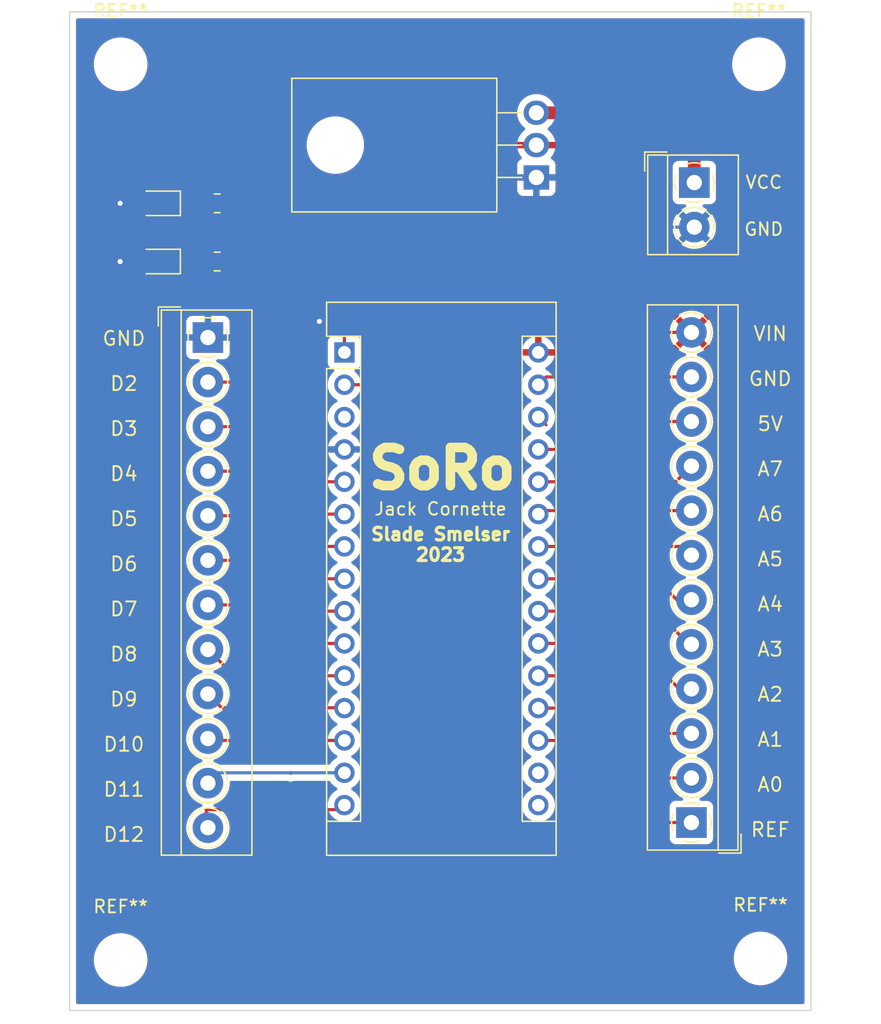
<source format=kicad_pcb>
(kicad_pcb (version 20211014) (generator pcbnew)
  (layers (0 "F.Cu" signal) (31 "B.Cu" signal) (34 "B.Paste" user) (35 "F.Paste" user) (36 "B.SilkS" user "B.Silkscreen") (37 "F.SilkS" user "F.Silkscreen") (38 "B.Mask" user) (39 "F.Mask" user) (44 "Edge.Cuts" user))
  (net 0 "")
  (net 2 "GND")
  (net 3 "Net-(A1-Pad6)")
  (net 4 "Net-(A1-Pad7)")
  (net 5 "Net-(A1-Pad8)")
  (net 6 "Net-(A1-Pad9)")
  (net 7 "Net-(A1-Pad12)")
  (net 8 "Net-(A1-Pad13)")
  (net 9 "Net-(A1-Pad15)")
  (net 10 "Net-(A1-Pad17)")
  (net 11 "unconnected-(A1-Pad18)")
  (net 12 "Net-(A1-Pad19)")
  (net 13 "Net-(A1-Pad20)")
  (net 14 "Net-(A1-Pad21)")
  (net 15 "Net-(A1-Pad22)")
  (net 16 "Net-(A1-Pad23)")
  (net 17 "Net-(A1-Pad24)")
  (net 18 "Net-(A1-Pad25)")
  (net 19 "Net-(A1-Pad26)")
  (net 20 "Net-(A1-Pad27)")
  (net 21 "Net-(A1-Pad28)")
  (net 22 "Net-(A1-Pad29)")
  (net 23 "Net-(A1-Pad30)")
  (net 24 "+BATT")
  (footprint "Resistor_SMD:R_0805_2012Metric" (layer "F.Cu") (at 113.2445 70.866)
    (fp_text reference "R3" hide)
    (fp_text value "R_US" hide)
    (fp_line (start -0.227064 0.735) (end 0.227064 0.735) (layer "F.SilkS") (width 0.12))
    (fp_line (start -0.227064 -0.735) (end 0.227064 -0.735) (layer "F.SilkS") (width 0.12))
    (pad "1" smd roundrect (at -0.9125 0) (size 1.025 1.4) (layers "F.Cu" "F.Paste" "F.Mask") (roundrect_rratio 0.243902439))
    (pad "2" smd roundrect (at 0.9125 0) (size 1.025 1.4) (layers "F.Cu" "F.Paste" "F.Mask") (roundrect_rratio 0.243902439))
  )
  (footprint "TerminalBlock_4Ucon:TerminalBlock_4Ucon_1x02_P3.50mm_Horizontal" (layer "F.Cu") (at 150.749 69.236 -90)
    (fp_text reference "J3" hide)
    (fp_text value "Screw_Terminal_01x02" hide)
    (fp_line (start -2.4 2.16) (end -2.4 3.9) (layer "F.SilkS") (width 0.12))
    (fp_line (start -2.4 3.9) (end -0.9 3.9) (layer "F.SilkS") (width 0.12))
    (fp_line (start -2.16 2.1) (end 5.66 2.1) (layer "F.SilkS") (width 0.12))
    (fp_line (start -2.16 3.66) (end 5.66 3.66) (layer "F.SilkS") (width 0.12))
    (fp_line (start -2.16 -3.46) (end 5.66 -3.46) (layer "F.SilkS") (width 0.12))
    (fp_line (start -2.16 -3.46) (end -2.16 3.66) (layer "F.SilkS") (width 0.12))
    (fp_line (start 5.66 -3.46) (end 5.66 3.66) (layer "F.SilkS") (width 0.12))
    (fp_arc (start -0.607742 -1.432109) (mid 0.00014 -1.555727) (end 0.608 -1.432) (layer "F.SilkS") (width 0.12))
    (fp_arc (start 0.607587 1.431385) (mid 0.310017 1.523783) (end 0 1.555) (layer "F.SilkS") (width 0.12))
    (fp_arc (start -1.432109 0.607742) (mid -1.555727 -0.00014) (end -1.432 -0.608) (layer "F.SilkS") (width 0.12))
    (fp_arc (start 1.432109 -0.607742) (mid 1.555727 0.00014) (end 1.432 0.608) (layer "F.SilkS") (width 0.12))
    (fp_arc (start 0.027011 1.555493) (mid -0.296984 1.527118) (end -0.608 1.432) (layer "F.SilkS") (width 0.12))
    (fp_circle (center 3.5 0) (end 5.055 0) (layer "F.SilkS") (width 0.12) (fill none))
    (pad "1" thru_hole rect (at 0 0 270) (size 2.4 2.4) (drill 1.2) (layers F&B.Cu *.Mask) (net 24 "+BATT"))
    (pad "2" thru_hole circle (at 3.5 0 270) (size 2.4 2.4) (drill 1.2) (layers F&B.Cu *.Mask) (net 2 "GND"))
  )
  (footprint "LED_SMD:LED_0805_2012Metric" (layer "F.Cu") (at 108.6725 75.438 180)
    (fp_text reference "REF**" hide)
    (fp_text value "LED_0805_2012Metric" hide)
    (fp_line (start -1.685 0.96) (end 1 0.96) (layer "F.SilkS") (width 0.12))
    (fp_line (start 1 -0.96) (end -1.685 -0.96) (layer "F.SilkS") (width 0.12))
    (fp_line (start -1.685 -0.96) (end -1.685 0.96) (layer "F.SilkS") (width 0.12))
    (pad "1" smd roundrect (at -0.9375 0 180) (size 0.975 1.4) (layers "F.Cu" "F.Paste" "F.Mask"))
    (pad "2" smd roundrect (at 0.9375 0 180) (size 0.975 1.4) (layers "F.Cu" "F.Paste" "F.Mask") (net 2 "GND"))
  )
  (footprint "MountingHole:MountingHole_3.2mm_M3" (layer "F.Cu") (at 155.956 130.175)
    (fp_text reference "REF**" (at 0 -4.2) (layer "F.SilkS"))
    (fp_text value "MountingHole_3.2mm_M3")
    (pad "" np_thru_hole circle (at 0 0) (size 3.2 3.2) (drill 3.2) (layers *.Cu *.Mask))
  )
  (footprint "Resistor_SMD:R_0805_2012Metric" (layer "F.Cu") (at 113.2445 75.438)
    (fp_text reference "R3" hide)
    (fp_text value "R_US" hide)
    (fp_line (start -0.227064 0.735) (end 0.227064 0.735) (layer "F.SilkS") (width 0.12))
    (fp_line (start -0.227064 -0.735) (end 0.227064 -0.735) (layer "F.SilkS") (width 0.12))
    (pad "1" smd roundrect (at -0.9125 0) (size 1.025 1.4) (layers "F.Cu" "F.Paste" "F.Mask") (roundrect_rratio 0.243902439))
    (pad "2" smd roundrect (at 0.9125 0) (size 1.025 1.4) (layers "F.Cu" "F.Paste" "F.Mask") (roundrect_rratio 0.243902439))
  )
  (footprint "MountingHole:MountingHole_3.2mm_M3" (layer "F.Cu") (at 105.664 59.944)
    (fp_text reference "REF**" (at 0 -4.2) (layer "F.SilkS"))
    (fp_text value "MountingHole_3.2mm_M3")
    (pad "" np_thru_hole circle (at 0 0) (size 3.2 3.2) (drill 3.2) (layers F&B.Cu *.Mask))
  )
  (footprint "TerminalBlock_4Ucon:TerminalBlock_4Ucon_1x12_P3.50mm_Horizontal" (layer "F.Cu") (at 150.522 119.5038 90)
    (fp_text reference "J2" hide)
    (fp_text value "Screw_Terminal_01x12" hide)
    (fp_line (start -2.16 -3.46) (end 40.66 -3.46) (layer "F.SilkS") (width 0.12))
    (fp_line (start 40.66 -3.46) (end 40.66 3.66) (layer "F.SilkS") (width 0.12))
    (fp_line (start -2.4 3.9) (end -0.9 3.9) (layer "F.SilkS") (width 0.12))
    (fp_line (start -2.4 2.16) (end -2.4 3.9) (layer "F.SilkS") (width 0.12))
    (fp_line (start -2.16 3.66) (end 40.66 3.66) (layer "F.SilkS") (width 0.12))
    (fp_line (start -2.16 -3.46) (end -2.16 3.66) (layer "F.SilkS") (width 0.12))
    (fp_line (start -2.16 2.1) (end 40.66 2.1) (layer "F.SilkS") (width 0.12))
    (fp_arc (start -0.607742 -1.432109) (mid 0.00014 -1.555727) (end 0.608 -1.432) (layer "F.SilkS") (width 0.12))
    (fp_arc (start 0.027011 1.555493) (mid -0.296984 1.527118) (end -0.608 1.432) (layer "F.SilkS") (width 0.12))
    (fp_arc (start -1.432109 0.607742) (mid -1.555727 -0.00014) (end -1.432 -0.608) (layer "F.SilkS") (width 0.12))
    (fp_arc (start 0.607587 1.431385) (mid 0.310017 1.523783) (end 0 1.555) (layer "F.SilkS") (width 0.12))
    (fp_arc (start 1.432109 -0.607742) (mid 1.555727 0.00014) (end 1.432 0.608) (layer "F.SilkS") (width 0.12))
    (fp_circle (center 38.5 0) (end 40.055 0) (layer "F.SilkS") (width 0.12) (fill none))
    (fp_circle (center 35 0) (end 36.555 0) (layer "F.SilkS") (width 0.12) (fill none))
    (fp_circle (center 21 0) (end 22.555 0) (layer "F.SilkS") (width 0.12) (fill none))
    (fp_circle (center 31.5 0) (end 33.055 0) (layer "F.SilkS") (width 0.12) (fill none))
    (fp_circle (center 10.5 0) (end 12.055 0) (layer "F.SilkS") (width 0.12) (fill none))
    (fp_circle (center 17.5 0) (end 19.055 0) (layer "F.SilkS") (width 0.12) (fill none))
    (fp_circle (center 14 0) (end 15.555 0) (layer "F.SilkS") (width 0.12) (fill none))
    (fp_circle (center 24.5 0) (end 26.055 0) (layer "F.SilkS") (width 0.12) (fill none))
    (fp_circle (center 28 0) (end 29.555 0) (layer "F.SilkS") (width 0.12) (fill none))
    (fp_circle (center 3.5 0) (end 5.055 0) (layer "F.SilkS") (width 0.12) (fill none))
    (fp_circle (center 7 0) (end 8.555 0) (layer "F.SilkS") (width 0.12) (fill none))
    (pad "1" thru_hole rect (at 0 0 90) (size 2.4 2.4) (drill 1.2) (layers F&B.Cu *.Mask) (net 11 "unconnected-(A1-Pad18)"))
    (pad "2" thru_hole circle (at 3.5 0 90) (size 2.4 2.4) (drill 1.2) (layers F&B.Cu *.Mask) (net 12 "Net-(A1-Pad19)"))
    (pad "3" thru_hole circle (at 7 0 90) (size 2.4 2.4) (drill 1.2) (layers F&B.Cu *.Mask) (net 13 "Net-(A1-Pad20)"))
    (pad "4" thru_hole circle (at 10.5 0 90) (size 2.4 2.4) (drill 1.2) (layers F&B.Cu *.Mask) (net 14 "Net-(A1-Pad21)"))
    (pad "5" thru_hole circle (at 14 0 90) (size 2.4 2.4) (drill 1.2) (layers F&B.Cu *.Mask) (net 15 "Net-(A1-Pad22)"))
    (pad "6" thru_hole circle (at 17.5 0 90) (size 2.4 2.4) (drill 1.2) (layers F&B.Cu *.Mask) (net 16 "Net-(A1-Pad23)"))
    (pad "7" thru_hole circle (at 21 0 90) (size 2.4 2.4) (drill 1.2) (layers F&B.Cu *.Mask) (net 17 "Net-(A1-Pad24)"))
    (pad "8" thru_hole circle (at 24.5 0 90) (size 2.4 2.4) (drill 1.2) (layers F&B.Cu *.Mask) (net 18 "Net-(A1-Pad25)"))
    (pad "9" thru_hole circle (at 28 0 90) (size 2.4 2.4) (drill 1.2) (layers F&B.Cu *.Mask) (net 19 "Net-(A1-Pad26)"))
    (pad "10" thru_hole circle (at 31.5 0 90) (size 2.4 2.4) (drill 1.2) (layers F&B.Cu *.Mask) (net 20 "Net-(A1-Pad27)"))
    (pad "11" thru_hole circle (at 35 0 90) (size 2.4 2.4) (drill 1.2) (layers F&B.Cu *.Mask) (net 22 "Net-(A1-Pad29)"))
    (pad "12" thru_hole circle (at 38.5 0 90) (size 2.4 2.4) (drill 1.2) (layers F&B.Cu *.Mask) (net 23 "Net-(A1-Pad30)"))
  )
  (footprint "MountingHole:MountingHole_3.2mm_M3" (layer "F.Cu") (at 155.829 59.944)
    (fp_text reference "REF**" (at 0 -4.2) (layer "F.SilkS"))
    (fp_text value "MountingHole_3.2mm_M3")
    (pad "" np_thru_hole circle (at 0 0) (size 3.2 3.2) (drill 3.2) (layers F&B.Cu *.Mask))
  )
  (footprint "LED_SMD:LED_0805_2012Metric" (layer "F.Cu") (at 108.6725 70.866 180)
    (fp_text reference "CAN" hide)
    (fp_text value "LED_0805_2012Metric" hide)
    (fp_line (start -1.685 0.96) (end 1 0.96) (layer "F.SilkS") (width 0.12))
    (fp_line (start 1 -0.96) (end -1.685 -0.96) (layer "F.SilkS") (width 0.12))
    (fp_line (start -1.685 -0.96) (end -1.685 0.96) (layer "F.SilkS") (width 0.12))
    (pad "1" smd roundrect (at -0.9375 0 180) (size 0.975 1.4) (layers "F.Cu" "F.Paste" "F.Mask"))
    (pad "2" smd roundrect (at 0.9375 0 180) (size 0.975 1.4) (layers "F.Cu" "F.Paste" "F.Mask") (net 2 "GND"))
  )
  (footprint "MountingHole:MountingHole_3.2mm_M3" (layer "F.Cu") (at 105.664 130.302)
    (fp_text reference "REF**" (at 0 -4.2) (layer "F.SilkS"))
    (fp_text value "MountingHole_3.2mm_M3")
    (pad "" np_thru_hole circle (at 0 0) (size 3.2 3.2) (drill 3.2) (layers F&B.Cu *.Mask))
  )
  (footprint "Package_TO_SOT_THT:TO-220F-3_Horizontal_TabDown" (layer "F.Cu") (at 138.336 68.834 90)
    (fp_text reference "U1" hide)
    (fp_text value "LM1084-5.0")
    (fp_line (start 2.54 -3.11) (end 2.54 -1.15) (layer "F.SilkS") (width 0.12))
    (fp_line (start -2.71 -19.22) (end -2.71 -3.11) (layer "F.SilkS") (width 0.12))
    (fp_line (start 5.08 -3.11) (end 5.08 -1.15) (layer "F.SilkS") (width 0.12))
    (fp_line (start 7.79 -19.22) (end 7.79 -3.11) (layer "F.SilkS") (width 0.12))
    (fp_line (start -2.71 -19.22) (end 7.79 -19.22) (layer "F.SilkS") (width 0.12))
    (fp_line (start 0 -3.11) (end 0 -1.15) (layer "F.SilkS") (width 0.12))
    (fp_line (start -2.71 -3.11) (end 7.79 -3.11) (layer "F.SilkS") (width 0.12))
    (pad "" np_thru_hole oval (at 2.54 -15.8 90) (size 3.5 3.5) (drill 3.5) (layers F&B.Cu *.Mask))
    (pad "1" thru_hole rect (at 0 0 90) (size 1.905 2) (drill 1.2) (layers F&B.Cu *.Mask) (net 2 "GND"))
    (pad "2" thru_hole oval (at 2.54 0 90) (size 1.905 2) (drill 1.2) (layers F&B.Cu *.Mask) (net 23 "Net-(A1-Pad30)"))
    (pad "3" thru_hole oval (at 5.08 0 90) (size 1.905 2) (drill 1.2) (layers F&B.Cu *.Mask) (net 24 "+BATT"))
  )
  (footprint "TerminalBlock_4Ucon:TerminalBlock_4Ucon_1x12_P3.50mm_Horizontal" (layer "F.Cu") (at 112.522 81.407 -90)
    (fp_text reference "J1" hide)
    (fp_text value "Screw_Terminal_01x12" hide)
    (fp_line (start -2.16 2.1) (end 40.66 2.1) (layer "F.SilkS") (width 0.12))
    (fp_line (start -2.16 -3.46) (end 40.66 -3.46) (layer "F.SilkS") (width 0.12))
    (fp_line (start -2.4 2.16) (end -2.4 3.9) (layer "F.SilkS") (width 0.12))
    (fp_line (start -2.4 3.9) (end -0.9 3.9) (layer "F.SilkS") (width 0.12))
    (fp_line (start 40.66 -3.46) (end 40.66 3.66) (layer "F.SilkS") (width 0.12))
    (fp_line (start -2.16 -3.46) (end -2.16 3.66) (layer "F.SilkS") (width 0.12))
    (fp_line (start -2.16 3.66) (end 40.66 3.66) (layer "F.SilkS") (width 0.12))
    (fp_arc (start 0.027011 1.555493) (mid -0.296984 1.527118) (end -0.608 1.432) (layer "F.SilkS") (width 0.12))
    (fp_arc (start -0.607742 -1.432109) (mid 0.00014 -1.555727) (end 0.608 -1.432) (layer "F.SilkS") (width 0.12))
    (fp_arc (start 1.432109 -0.607742) (mid 1.555727 0.00014) (end 1.432 0.608) (layer "F.SilkS") (width 0.12))
    (fp_arc (start -1.432109 0.607742) (mid -1.555727 -0.00014) (end -1.432 -0.608) (layer "F.SilkS") (width 0.12))
    (fp_arc (start 0.607587 1.431385) (mid 0.310017 1.523783) (end 0 1.555) (layer "F.SilkS") (width 0.12))
    (fp_circle (center 7 0) (end 8.555 0) (layer "F.SilkS") (width 0.12) (fill none))
    (fp_circle (center 28 0) (end 29.555 0) (layer "F.SilkS") (width 0.12) (fill none))
    (fp_circle (center 38.5 0) (end 40.055 0) (layer "F.SilkS") (width 0.12) (fill none))
    (fp_circle (center 10.5 0) (end 12.055 0) (layer "F.SilkS") (width 0.12) (fill none))
    (fp_circle (center 35 0) (end 36.555 0) (layer "F.SilkS") (width 0.12) (fill none))
    (fp_circle (center 31.5 0) (end 33.055 0) (layer "F.SilkS") (width 0.12) (fill none))
    (fp_circle (center 17.5 0) (end 19.055 0) (layer "F.SilkS") (width 0.12) (fill none))
    (fp_circle (center 14 0) (end 15.555 0) (layer "F.SilkS") (width 0.12) (fill none))
    (fp_circle (center 21 0) (end 22.555 0) (layer "F.SilkS") (width 0.12) (fill none))
    (fp_circle (center 3.5 0) (end 5.055 0) (layer "F.SilkS") (width 0.12) (fill none))
    (fp_circle (center 24.5 0) (end 26.055 0) (layer "F.SilkS") (width 0.12) (fill none))
    (pad "1" thru_hole rect (at 0 0 270) (size 2.4 2.4) (drill 1.2) (layers F&B.Cu *.Mask) (net 2 "GND"))
    (pad "2" thru_hole circle (at 3.5 0 270) (size 2.4 2.4) (drill 1.2) (layers F&B.Cu *.Mask))
    (pad "3" thru_hole circle (at 7 0 270) (size 2.4 2.4) (drill 1.2) (layers F&B.Cu *.Mask) (net 3 "Net-(A1-Pad6)"))
    (pad "4" thru_hole circle (at 10.5 0 270) (size 2.4 2.4) (drill 1.2) (layers F&B.Cu *.Mask) (net 4 "Net-(A1-Pad7)"))
    (pad "5" thru_hole circle (at 14 0 270) (size 2.4 2.4) (drill 1.2) (layers F&B.Cu *.Mask) (net 5 "Net-(A1-Pad8)"))
    (pad "6" thru_hole circle (at 17.5 0 270) (size 2.4 2.4) (drill 1.2) (layers F&B.Cu *.Mask) (net 6 "Net-(A1-Pad9)"))
    (pad "7" thru_hole circle (at 21 0 270) (size 2.4 2.4) (drill 1.2) (layers F&B.Cu *.Mask))
    (pad "8" thru_hole circle (at 24.5 0 270) (size 2.4 2.4) (drill 1.2) (layers F&B.Cu *.Mask))
    (pad "9" thru_hole circle (at 28 0 270) (size 2.4 2.4) (drill 1.2) (layers F&B.Cu *.Mask) (net 7 "Net-(A1-Pad12)"))
    (pad "10" thru_hole circle (at 31.5 0 270) (size 2.4 2.4) (drill 1.2) (layers F&B.Cu *.Mask) (net 8 "Net-(A1-Pad13)"))
    (pad "11" thru_hole circle (at 35 0 270) (size 2.4 2.4) (drill 1.2) (layers F&B.Cu *.Mask))
    (pad "12" thru_hole circle (at 38.5 0 270) (size 2.4 2.4) (drill 1.2) (layers F&B.Cu *.Mask) (net 9 "Net-(A1-Pad15)"))
  )
  (footprint "Module:Arduino_Nano" (layer "F.Cu") (at 123.2508 82.5754)
    (fp_text reference "A1" hide)
    (fp_text value "Arduino_Nano_v3.x" hide)
    (fp_line (start -1.4 1.27) (end -1.4 39.5) (layer "F.SilkS") (width 0.12))
    (fp_line (start 16.64 -3.94) (end -1.4 -3.94) (layer "F.SilkS") (width 0.12))
    (fp_line (start 1.27 1.27) (end 1.27 36.83) (layer "F.SilkS") (width 0.12))
    (fp_line (start 16.64 39.5) (end 16.64 -3.94) (layer "F.SilkS") (width 0.12))
    (fp_line (start 1.27 -1.27) (end -1.4 -1.27) (layer "F.SilkS") (width 0.12))
    (fp_line (start 1.27 36.83) (end -1.4 36.83) (layer "F.SilkS") (width 0.12))
    (fp_line (start -1.4 -3.94) (end -1.4 -1.27) (layer "F.SilkS") (width 0.12))
    (fp_line (start 1.27 1.27) (end 1.27 -1.27) (layer "F.SilkS") (width 0.12))
    (fp_line (start 13.97 36.83) (end 16.64 36.83) (layer "F.SilkS") (width 0.12))
    (fp_line (start -1.4 39.5) (end 16.64 39.5) (layer "F.SilkS") (width 0.12))
    (fp_line (start 1.27 1.27) (end -1.4 1.27) (layer "F.SilkS") (width 0.12))
    (fp_line (start 13.97 -1.27) (end 13.97 36.83) (layer "F.SilkS") (width 0.12))
    (fp_line (start 13.97 -1.27) (end 16.64 -1.27) (layer "F.SilkS") (width 0.12))
    (pad "1" thru_hole rect (at 0 0) (size 1.6 1.6) (drill 1) (layers F&B.Cu *.Mask))
    (pad "2" thru_hole oval (at 0 2.54) (size 1.6 1.6) (drill 1) (layers F&B.Cu *.Mask))
    (pad "3" thru_hole oval (at 0 5.08) (size 1.6 1.6) (drill 1) (layers F&B.Cu *.Mask))
    (pad "4" thru_hole oval (at 0 7.62) (size 1.6 1.6) (drill 1) (layers F&B.Cu *.Mask) (net 2 "GND"))
    (pad "5" thru_hole oval (at 0 10.16) (size 1.6 1.6) (drill 1) (layers F&B.Cu *.Mask))
    (pad "6" thru_hole oval (at 0 12.7) (size 1.6 1.6) (drill 1) (layers F&B.Cu *.Mask) (net 3 "Net-(A1-Pad6)"))
    (pad "7" thru_hole oval (at 0 15.24) (size 1.6 1.6) (drill 1) (layers F&B.Cu *.Mask) (net 4 "Net-(A1-Pad7)"))
    (pad "8" thru_hole oval (at 0 17.78) (size 1.6 1.6) (drill 1) (layers F&B.Cu *.Mask) (net 5 "Net-(A1-Pad8)"))
    (pad "9" thru_hole oval (at 0 20.32) (size 1.6 1.6) (drill 1) (layers F&B.Cu *.Mask) (net 6 "Net-(A1-Pad9)"))
    (pad "10" thru_hole oval (at 0 22.86) (size 1.6 1.6) (drill 1) (layers F&B.Cu *.Mask))
    (pad "11" thru_hole oval (at 0 25.4) (size 1.6 1.6) (drill 1) (layers F&B.Cu *.Mask))
    (pad "12" thru_hole oval (at 0 27.94) (size 1.6 1.6) (drill 1) (layers F&B.Cu *.Mask) (net 7 "Net-(A1-Pad12)"))
    (pad "13" thru_hole oval (at 0 30.48) (size 1.6 1.6) (drill 1) (layers F&B.Cu *.Mask) (net 8 "Net-(A1-Pad13)"))
    (pad "14" thru_hole oval (at 0 33.02) (size 1.6 1.6) (drill 1) (layers F&B.Cu *.Mask))
    (pad "15" thru_hole oval (at 0 35.56) (size 1.6 1.6) (drill 1) (layers F&B.Cu *.Mask) (net 9 "Net-(A1-Pad15)"))
    (pad "16" thru_hole oval (at 15.24 35.56) (size 1.6 1.6) (drill 1) (layers F&B.Cu *.Mask))
    (pad "17" thru_hole oval (at 15.24 33.02) (size 1.6 1.6) (drill 1) (layers F&B.Cu *.Mask) (net 10 "Net-(A1-Pad17)"))
    (pad "18" thru_hole oval (at 15.24 30.48) (size 1.6 1.6) (drill 1) (layers F&B.Cu *.Mask) (net 11 "unconnected-(A1-Pad18)"))
    (pad "19" thru_hole oval (at 15.24 27.94) (size 1.6 1.6) (drill 1) (layers F&B.Cu *.Mask) (net 12 "Net-(A1-Pad19)"))
    (pad "20" thru_hole oval (at 15.24 25.4) (size 1.6 1.6) (drill 1) (layers F&B.Cu *.Mask) (net 13 "Net-(A1-Pad20)"))
    (pad "21" thru_hole oval (at 15.24 22.86) (size 1.6 1.6) (drill 1) (layers F&B.Cu *.Mask) (net 14 "Net-(A1-Pad21)"))
    (pad "22" thru_hole oval (at 15.24 20.32) (size 1.6 1.6) (drill 1) (layers F&B.Cu *.Mask) (net 15 "Net-(A1-Pad22)"))
    (pad "23" thru_hole oval (at 15.24 17.78) (size 1.6 1.6) (drill 1) (layers F&B.Cu *.Mask) (net 16 "Net-(A1-Pad23)"))
    (pad "24" thru_hole oval (at 15.24 15.24) (size 1.6 1.6) (drill 1) (layers F&B.Cu *.Mask) (net 17 "Net-(A1-Pad24)"))
    (pad "25" thru_hole oval (at 15.24 12.7) (size 1.6 1.6) (drill 1) (layers F&B.Cu *.Mask) (net 18 "Net-(A1-Pad25)"))
    (pad "26" thru_hole oval (at 15.24 10.16) (size 1.6 1.6) (drill 1) (layers F&B.Cu *.Mask) (net 19 "Net-(A1-Pad26)"))
    (pad "27" thru_hole oval (at 15.24 7.62) (size 1.6 1.6) (drill 1) (layers F&B.Cu *.Mask) (net 20 "Net-(A1-Pad27)"))
    (pad "28" thru_hole oval (at 15.24 5.08) (size 1.6 1.6) (drill 1) (layers F&B.Cu *.Mask) (net 21 "Net-(A1-Pad28)"))
    (pad "29" thru_hole oval (at 15.24 2.54) (size 1.6 1.6) (drill 1) (layers F&B.Cu *.Mask) (net 22 "Net-(A1-Pad29)"))
    (pad "30" thru_hole oval (at 15.24 0) (size 1.6 1.6) (drill 1) (layers F&B.Cu *.Mask) (net 23 "Net-(A1-Pad30)"))
  )
  (gr_rect (start 159.9184 134.2644) (end 101.6508 55.8292) (layer "Edge.Cuts") (width 0.1) (fill none))
  (gr_text "SoRo" (at 130.937 91.694) (layer "F.SilkS") (effects (font (size 3 3) (thickness 0.75))))
  (gr_text "VCC\n" (at 156.21 69.215) (layer "F.SilkS") (effects (font (size 1 1))))
  (gr_text "Jack Cornette" (at 130.81 94.869) (layer "F.SilkS") (effects (font (size 1 1))))
  (gr_text "GND" (at 156.21 72.898) (layer "F.SilkS") (effects (font (size 1 1))))
  (gr_text "Slade Smelser\n2023" (at 130.81 97.663) (layer "F.SilkS") (effects (font (size 1 1) (thickness 0.25))))
  (gr_text "VIN\n\nGND\n\n5V\n\nA7\n\nA6\n\nA5\n\nA4\n\nA3\n\nA2\n\nA1\n\nA0\n\nREF" (at 156.718 100.584) (layer "F.SilkS") (effects (font (size 1.1 1.1))))
  (gr_text "GND\n\nD2\n\nD3\n\nD4\n\nD5\n\nD6\n\nD7\n\nD8\n\nD9\n\nD10\n\nD11\n\nD12" (at 105.918 100.965) (layer "F.SilkS") (effects (font (size 1.1 1.1))))
  (segment (start 123.2508 85.1154) (end 125.9586 85.1154) (width 0.25) (layer "F.Cu") (net 0))
  (segment (start 109.61 70.866) (end 112.332 70.866) (width 0.25) (layer "F.Cu") (net 0))
  (segment (start 114.935 105.41) (end 114.9604 105.4354) (width 0.25) (layer "F.Cu") (net 0))
  (segment (start 114.5904 107.9754) (end 123.2508 107.9754) (width 0.25) (layer "F.Cu") (net 0))
  (segment (start 114.173 73.279) (end 114.157 73.263) (width 0.25) (layer "F.Cu") (net 0))
  (segment (start 125.984 73.279) (end 114.173 73.279) (width 0.25) (layer "F.Cu") (net 0))
  (segment (start 120.4468 92.7354) (end 123.2508 92.7354) (width 0.25) (layer "F.Cu") (net 0))
  (segment (start 120.396 92.7862) (end 120.4468 92.7354) (width 0.25) (layer "F.Cu") (net 0))
  (segment (start 114.935 102.616) (end 114.935 105.41) (width 0.25) (layer "F.Cu") (net 0))
  (segment (start 120.396 85.1154) (end 120.396 92.7862) (width 0.25) (layer "F.Cu") (net 0))
  (segment (start 123.317 75.565) (end 114.284 75.565) (width 0.25) (layer "F.Cu") (net 0))
  (segment (start 123.2508 82.5754) (end 123.2508 75.6312) (width 0.25) (layer "F.Cu") (net 0))
  (segment (start 114.726 102.407) (end 114.935 102.616) (width 0.25) (layer "F.Cu") (net 0))
  (segment (start 125.984 85.09) (end 125.984 73.279) (width 0.25) (layer "F.Cu") (net 0))
  (segment (start 114.157 73.263) (end 114.157 70.866) (width 0.25) (layer "F.Cu") (net 0))
  (segment (start 120.1876 84.907) (end 120.396 85.1154) (width 0.25) (layer "F.Cu") (net 0))
  (segment (start 109.61 75.438) (end 112.332 75.438) (width 0.25) (layer "F.Cu") (net 0))
  (segment (start 112.522 102.407) (end 114.726 102.407) (width 0.25) (layer "F.Cu") (net 0))
  (segment (start 112.522 105.907) (end 114.5904 107.9754) (width 0.25) (layer "F.Cu") (net 0))
  (segment (start 112.522 84.907) (end 120.1876 84.907) (width 0.25) (layer "F.Cu") (net 0))
  (segment (start 114.9604 105.4354) (end 123.2508 105.4354) (width 0.25) (layer "F.Cu") (net 0))
  (segment (start 123.2508 75.6312) (end 123.317 75.565) (width 0.25) (layer "F.Cu") (net 0))
  (segment (start 114.284 75.565) (end 114.157 75.438) (width 0.25) (layer "F.Cu") (net 0))
  (segment (start 119.0752 115.5954) (end 119.126 115.5954) (width 0.25) (layer "B.Cu") (net 0))
  (segment (start 112.522 116.407) (end 112.522 115.5954) (width 0.25) (layer "B.Cu") (net 0))
  (segment (start 119.0244 115.6462) (end 119.0752 115.5954) (width 0.25) (layer "B.Cu") (net 0))
  (segment (start 112.066 115.951) (end 112.522 116.407) (width 0.25) (layer "B.Cu") (net 0))
  (segment (start 119.126 115.5954) (end 123.2508 115.5954) (width 0.25) (layer "B.Cu") (net 0))
  (segment (start 112.522 115.5954) (end 119.126 115.5954) (width 0.25) (layer "B.Cu") (net 0))
  (segment (start 107.735 75.438) (end 105.6245 75.438) (width 0.25) (layer "F.Cu") (net 2))
  (segment (start 121.2596 81.4324) (end 121.2596 90.1954) (width 0.25) (layer "F.Cu") (net 2))
  (segment (start 121.285 81.407) (end 121.2596 81.4324) (width 0.25) (layer "F.Cu") (net 2))
  (segment (start 121.2596 90.1954) (end 123.2508 90.1954) (width 0.25) (layer "F.Cu") (net 2))
  (segment (start 107.735 70.866) (end 105.6245 70.866) (width 0.25) (layer "F.Cu") (net 2))
  (segment (start 112.522 81.407) (end 121.285 81.407) (width 0.25) (layer "F.Cu") (net 2))
  (segment (start 121.285 81.407) (end 121.285 80.137) (width 0.25) (layer "F.Cu") (net 2))
  (via (at 105.6245 70.866) (size 0.8) (drill 0.4) (layers "F.Cu" "B.Cu") (net 2))
  (via (at 121.285 80.137) (size 0.8) (drill 0.4) (layers "F.Cu" "B.Cu") (net 2))
  (via (at 105.6245 75.438) (size 0.8) (drill 0.4) (layers "F.Cu" "B.Cu") (net 2))
  (segment (start 144.961 72.696) (end 145.001 72.736) (width 0.25) (layer "B.Cu") (net 2))
  (segment (start 144.8848 68.7578) (end 144.961 68.834) (width 0.25) (layer "B.Cu") (net 2))
  (segment (start 144.961 68.834) (end 144.961 72.696) (width 0.25) (layer "B.Cu") (net 2))
  (segment (start 144.961 68.834) (end 138.336 68.834) (width 0.25) (layer "B.Cu") (net 2))
  (segment (start 145.001 72.736) (end 150.749 72.736) (width 0.25) (layer "B.Cu") (net 2))
  (segment (start 119.5324 95.2754) (end 123.2508 95.2754) (width 0.25) (layer "F.Cu") (net 3))
  (segment (start 119.2888 88.407) (end 119.3292 88.3666) (width 0.25) (layer "F.Cu") (net 3))
  (segment (start 112.522 88.407) (end 119.2888 88.407) (width 0.25) (layer "F.Cu") (net 3))
  (segment (start 119.4308 88.4682) (end 119.4308 95.1738) (width 0.25) (layer "F.Cu") (net 3))
  (segment (start 119.4308 95.1738) (end 119.5324 95.2754) (width 0.25) (layer "F.Cu") (net 3))
  (segment (start 119.3292 88.3666) (end 119.4308 88.4682) (width 0.25) (layer "F.Cu") (net 3))
  (segment (start 118.2272 91.907) (end 118.364 91.7702) (width 0.25) (layer "F.Cu") (net 4))
  (segment (start 118.364 91.7702) (end 118.6688 92.075) (width 0.25) (layer "F.Cu") (net 4))
  (segment (start 112.522 91.907) (end 118.2272 91.907) (width 0.25) (layer "F.Cu") (net 4))
  (segment (start 118.7196 97.8154) (end 123.2508 97.8154) (width 0.25) (layer "F.Cu") (net 4))
  (segment (start 118.6688 92.075) (end 118.6688 97.7646) (width 0.25) (layer "F.Cu") (net 4))
  (segment (start 118.6688 97.7646) (end 118.7196 97.8154) (width 0.25) (layer "F.Cu") (net 4))
  (segment (start 112.522 95.407) (end 117.6228 95.407) (width 0.25) (layer "F.Cu") (net 5))
  (segment (start 117.602 100.3554) (end 123.2508 100.3554) (width 0.25) (layer "F.Cu") (net 5))
  (segment (start 117.6228 95.407) (end 117.602 95.4278) (width 0.25) (layer "F.Cu") (net 5))
  (segment (start 117.602 95.4278) (end 117.602 100.3554) (width 0.25) (layer "F.Cu") (net 5))
  (segment (start 116.459 102.8954) (end 123.2508 102.8954) (width 0.25) (layer "F.Cu") (net 6))
  (segment (start 116.306 98.907) (end 116.459 99.06) (width 0.25) (layer "F.Cu") (net 6))
  (segment (start 112.522 98.907) (end 116.306 98.907) (width 0.25) (layer "F.Cu") (net 6))
  (segment (start 116.459 99.06) (end 116.459 102.8954) (width 0.25) (layer "F.Cu") (net 6))
  (segment (start 113.605 110.49) (end 123.2254 110.49) (width 0.25) (layer "F.Cu") (net 7))
  (segment (start 112.522 109.407) (end 113.605 110.49) (width 0.25) (layer "F.Cu") (net 7))
  (segment (start 123.2254 110.49) (end 123.2508 110.5154) (width 0.25) (layer "F.Cu") (net 7))
  (segment (start 112.6704 113.0554) (end 112.522 112.907) (width 0.25) (layer "F.Cu") (net 8))
  (segment (start 123.2508 113.0554) (end 112.6704 113.0554) (width 0.25) (layer "F.Cu") (net 8))
  (segment (start 112.395 118.491) (end 122.8952 118.491) (width 0.25) (layer "F.Cu") (net 9))
  (segment (start 112.522 119.907) (end 112.395 119.78) (width 0.25) (layer "F.Cu") (net 9))
  (segment (start 112.395 119.78) (end 112.395 118.491) (width 0.25) (layer "F.Cu") (net 9))
  (segment (start 122.8952 118.491) (end 123.2508 118.1354) (width 0.25) (layer "F.Cu") (net 9))
  (segment (start 143.8116 119.5038) (end 143.6624 119.3546) (width 0.25) (layer "F.Cu") (net 11))
  (segment (start 143.6624 113.0554) (end 138.4908 113.0554) (width 0.25) (layer "F.Cu") (net 11))
  (segment (start 150.522 119.5038) (end 143.8116 119.5038) (width 0.25) (layer "F.Cu") (net 11))
  (segment (start 143.6624 119.3546) (end 143.6624 113.0554) (width 0.25) (layer "F.Cu") (net 11))
  (segment (start 146.1028 116.0038) (end 144.399 116.0038) (width 0.25) (layer "F.Cu") (net 12))
  (segment (start 138.948 110.9726) (end 138.4908 110.5154) (width 0.25) (layer "F.Cu") (net 12))
  (segment (start 144.399 110.5154) (end 138.4908 110.5154) (width 0.25) (layer "F.Cu") (net 12))
  (segment (start 146.1028 116.0038) (end 145.9992 115.9002) (width 0.25) (layer "F.Cu") (net 12))
  (segment (start 144.399 116.0038) (end 144.399 110.5154) (width 0.25) (layer "F.Cu") (net 12))
  (segment (start 150.522 116.0038) (end 146.1028 116.0038) (width 0.25) (layer "F.Cu") (net 12))
  (segment (start 150.522 112.5038) (end 146.177 112.5038) (width 0.25) (layer "F.Cu") (net 13))
  (segment (start 146.177 108.0008) (end 146.1516 107.9754) (width 0.25) (layer "F.Cu") (net 13))
  (segment (start 146.1516 107.9754) (end 138.4908 107.9754) (width 0.25) (layer "F.Cu") (net 13))
  (segment (start 146.177 112.5038) (end 146.177 108.0008) (width 0.25) (layer "F.Cu") (net 13))
  (segment (start 150.522 109.0038) (end 149.5676 109.0038) (width 0.25) (layer "F.Cu") (net 14))
  (segment (start 149.5676 109.0038) (end 145.9992 105.4354) (width 0.25) (layer "F.Cu") (net 14))
  (segment (start 145.9992 105.4354) (end 138.4908 105.4354) (width 0.25) (layer "F.Cu") (net 14))
  (segment (start 150.522 105.5038) (end 150.3348 105.5038) (width 0.25) (layer "F.Cu") (net 15))
  (segment (start 147.7264 102.8954) (end 138.4908 102.8954) (width 0.25) (layer "F.Cu") (net 15))
  (segment (start 150.3348 105.5038) (end 147.7264 102.8954) (width 0.25) (layer "F.Cu") (net 15))
  (segment (start 149.3748 102.0038) (end 147.7264 100.3554) (width 0.25) (layer "F.Cu") (net 16))
  (segment (start 150.522 102.0038) (end 149.3748 102.0038) (width 0.25) (layer "F.Cu") (net 16))
  (segment (start 147.7264 100.3554) (end 138.4908 100.3554) (width 0.25) (layer "F.Cu") (net 16))
  (segment (start 150.522 98.5038) (end 149.8336 97.8154) (width 0.25) (layer "F.Cu") (net 17))
  (segment (start 149.8336 97.8154) (end 138.4908 97.8154) (width 0.25) (layer "F.Cu") (net 17))
  (segment (start 138.7624 95.0038) (end 138.4908 95.2754) (width 0.25) (layer "F.Cu") (net 18))
  (segment (start 150.522 95.0038) (end 138.7624 95.0038) (width 0.25) (layer "F.Cu") (net 18))
  (segment (start 149.2904 92.7354) (end 138.4908 92.7354) (width 0.25) (layer "F.Cu") (net 19))
  (segment (start 150.522 91.5038) (end 149.2904 92.7354) (width 0.25) (layer "F.Cu") (net 19))
  (segment (start 150.522 88.0038) (end 145.5492 88.0038) (width 0.25) (layer "F.Cu") (net 20))
  (segment (start 143.3576 90.1954) (end 138.4908 90.1954) (width 0.25) (layer "F.Cu") (net 20))
  (segment (start 145.5492 88.0038) (end 143.3576 90.1954) (width 0.25) (layer "F.Cu") (net 20))
  (segment (start 139.0932 88.2578) (end 138.4908 87.6554) (width 0.25) (layer "F.Cu") (net 21))
  (segment (start 139.1024 84.5038) (end 138.4908 85.1154) (width 0.25) (layer "F.Cu") (net 22))
  (segment (start 150.522 84.5038) (end 139.1024 84.5038) (width 0.25) (layer "F.Cu") (net 22))
  (segment (start 138.336 66.294) (end 141.5796 66.294) (width 0.25) (layer "F.Cu") (net 23))
  (segment (start 141.5796 81.0006) (end 141.5796 81.2546) (width 0.25) (layer "F.Cu") (net 23))
  (segment (start 141.5828 81.0038) (end 141.5796 81.0006) (width 0.25) (layer "F.Cu") (net 23))
  (segment (start 150.522 81.0038) (end 141.5828 81.0038) (width 0.25) (layer "F.Cu") (net 23))
  (segment (start 141.3764 82.5754) (end 138.4908 82.5754) (width 0.25) (layer "F.Cu") (net 23))
  (segment (start 141.5796 81.2546) (end 141.5796 82.3722) (width 0.25) (layer "F.Cu") (net 23))
  (segment (start 141.5828 81.2578) (end 141.5796 81.2546) (width 0.25) (layer "F.Cu") (net 23))
  (segment (start 141.5796 66.294) (end 141.5796 81.0006) (width 0.25) (layer "F.Cu") (net 23))
  (segment (start 141.5796 82.3722) (end 141.3764 82.5754) (width 0.25) (layer "F.Cu") (net 23))
  (segment (start 150.749 63.7286) (end 150.7236 63.754) (width 0.25) (layer "F.Cu") (net 24))
  (segment (start 150.749 63.7286) (end 150.749 69.236) (width 1) (layer "F.Cu") (net 24))
  (segment (start 150.7236 63.754) (end 138.336 63.754) (width 1) (layer "F.Cu") (net 24))
  (segment (start 150.7998 63.6778) (end 150.749 63.7286) (width 0.25) (layer "F.Cu") (net 24))
  (zone (net 23) (net_name "Net-(A1-Pad30)") (layer "F.Cu") (connect_pads (clearance 0.508)) (min_thickness 0.254) (fill yes (thermal_gap 0.508) (thermal_bridge_width 0.508))
    (polygon (pts (xy 160.02 55.9308) (xy 159.766 55.9308) (xy 159.7152 134.0612) (xy 101.8032 134.0612) (xy 101.9556 55.7276)))
  )
  (zone (net 2) (net_name "GND") (layer "B.Cu") (connect_pads (clearance 0.508)) (min_thickness 0.254) (fill yes (thermal_gap 0.508) (thermal_bridge_width 0.508))
    (polygon (pts (xy 159.9184 126.5936) (xy 159.854278 134.365976) (xy 101.739078 134.264376) (xy 101.7524 55.9816) (xy 159.9184 55.88)))
  )
)
</source>
